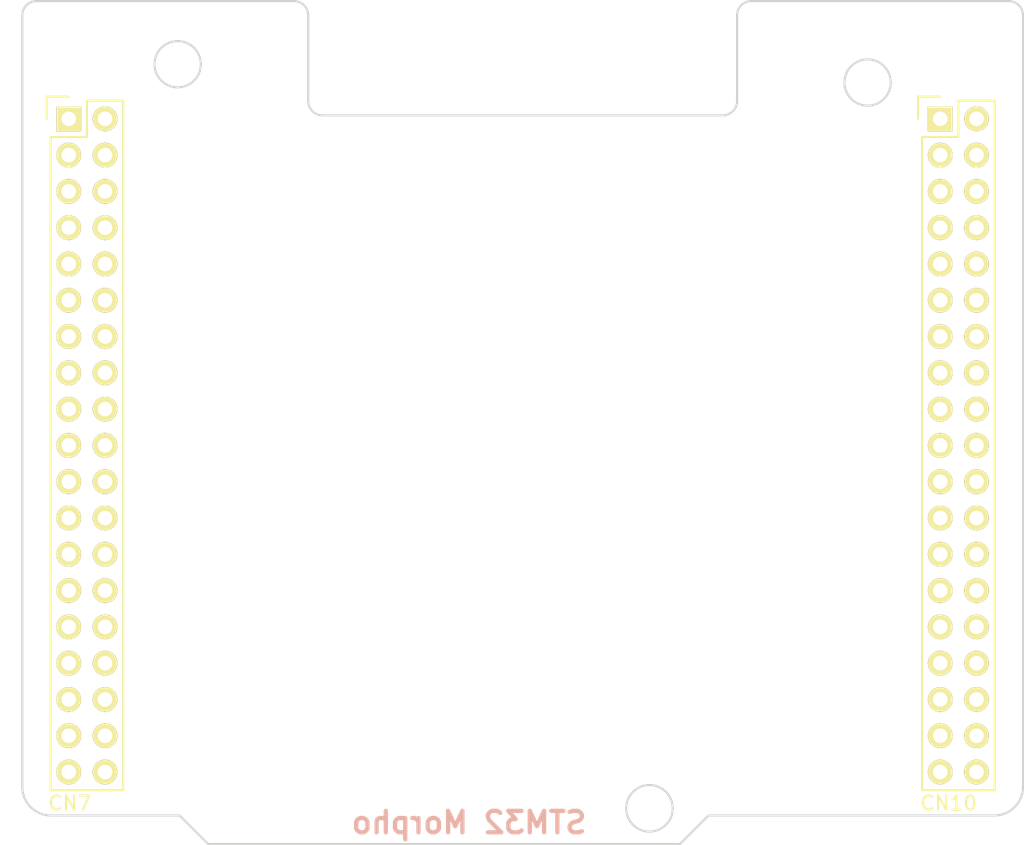
<source format=kicad_pcb>
(kicad_pcb (version 20171130) (host pcbnew "(5.1.5)-3")

  (general
    (thickness 1.6)
    (drawings 25)
    (tracks 0)
    (zones 0)
    (modules 2)
    (nets 77)
  )

  (page A4)
  (layers
    (0 F.Cu signal)
    (31 B.Cu signal)
    (32 B.Adhes user)
    (33 F.Adhes user)
    (34 B.Paste user)
    (35 F.Paste user)
    (36 B.SilkS user)
    (37 F.SilkS user)
    (38 B.Mask user)
    (39 F.Mask user)
    (40 Dwgs.User user)
    (41 Cmts.User user)
    (42 Eco1.User user)
    (43 Eco2.User user)
    (44 Edge.Cuts user)
    (45 Margin user)
    (46 B.CrtYd user)
    (47 F.CrtYd user)
    (48 B.Fab user)
    (49 F.Fab user)
  )

  (setup
    (last_trace_width 0.25)
    (trace_clearance 0.2)
    (zone_clearance 0.508)
    (zone_45_only no)
    (trace_min 0.2)
    (via_size 0.6)
    (via_drill 0.4)
    (via_min_size 0.4)
    (via_min_drill 0.3)
    (uvia_size 0.3)
    (uvia_drill 0.1)
    (uvias_allowed no)
    (uvia_min_size 0.2)
    (uvia_min_drill 0.1)
    (edge_width 0.15)
    (segment_width 0.2)
    (pcb_text_width 0.3)
    (pcb_text_size 1.5 1.5)
    (mod_edge_width 0.15)
    (mod_text_size 1 1)
    (mod_text_width 0.15)
    (pad_size 1.524 1.524)
    (pad_drill 0.762)
    (pad_to_mask_clearance 0.2)
    (aux_axis_origin 130 120)
    (grid_origin 130 120)
    (visible_elements 7FFFFFFF)
    (pcbplotparams
      (layerselection 0x00030_80000001)
      (usegerberextensions false)
      (usegerberattributes false)
      (usegerberadvancedattributes false)
      (creategerberjobfile false)
      (excludeedgelayer true)
      (linewidth 0.100000)
      (plotframeref false)
      (viasonmask false)
      (mode 1)
      (useauxorigin false)
      (hpglpennumber 1)
      (hpglpenspeed 20)
      (hpglpendiameter 15.000000)
      (psnegative false)
      (psa4output false)
      (plotreference true)
      (plotvalue true)
      (plotinvisibletext false)
      (padsonsilk false)
      (subtractmaskfromsilk false)
      (outputformat 1)
      (mirror false)
      (drillshape 1)
      (scaleselection 1)
      (outputdirectory ""))
  )

  (net 0 "")
  (net 1 "Net-(CN7-Pad1)")
  (net 2 "Net-(CN7-Pad2)")
  (net 3 "Net-(CN7-Pad3)")
  (net 4 "Net-(CN7-Pad4)")
  (net 5 "Net-(CN7-Pad5)")
  (net 6 "Net-(CN7-Pad6)")
  (net 7 "Net-(CN7-Pad7)")
  (net 8 "Net-(CN7-Pad8)")
  (net 9 "Net-(CN7-Pad9)")
  (net 10 "Net-(CN7-Pad10)")
  (net 11 "Net-(CN7-Pad11)")
  (net 12 "Net-(CN7-Pad12)")
  (net 13 "Net-(CN7-Pad13)")
  (net 14 "Net-(CN7-Pad14)")
  (net 15 "Net-(CN7-Pad15)")
  (net 16 "Net-(CN7-Pad16)")
  (net 17 "Net-(CN7-Pad17)")
  (net 18 "Net-(CN7-Pad18)")
  (net 19 "Net-(CN7-Pad19)")
  (net 20 "Net-(CN7-Pad20)")
  (net 21 "Net-(CN7-Pad21)")
  (net 22 "Net-(CN7-Pad22)")
  (net 23 "Net-(CN7-Pad23)")
  (net 24 "Net-(CN7-Pad24)")
  (net 25 "Net-(CN7-Pad25)")
  (net 26 "Net-(CN7-Pad26)")
  (net 27 "Net-(CN7-Pad27)")
  (net 28 "Net-(CN7-Pad28)")
  (net 29 "Net-(CN7-Pad29)")
  (net 30 "Net-(CN7-Pad30)")
  (net 31 "Net-(CN7-Pad31)")
  (net 32 "Net-(CN7-Pad32)")
  (net 33 "Net-(CN7-Pad33)")
  (net 34 "Net-(CN7-Pad34)")
  (net 35 "Net-(CN7-Pad35)")
  (net 36 "Net-(CN7-Pad36)")
  (net 37 "Net-(CN7-Pad37)")
  (net 38 "Net-(CN7-Pad38)")
  (net 39 "Net-(CN10-Pad1)")
  (net 40 "Net-(CN10-Pad2)")
  (net 41 "Net-(CN10-Pad3)")
  (net 42 "Net-(CN10-Pad4)")
  (net 43 "Net-(CN10-Pad5)")
  (net 44 "Net-(CN10-Pad6)")
  (net 45 "Net-(CN10-Pad7)")
  (net 46 "Net-(CN10-Pad8)")
  (net 47 "Net-(CN10-Pad9)")
  (net 48 "Net-(CN10-Pad10)")
  (net 49 "Net-(CN10-Pad11)")
  (net 50 "Net-(CN10-Pad12)")
  (net 51 "Net-(CN10-Pad13)")
  (net 52 "Net-(CN10-Pad14)")
  (net 53 "Net-(CN10-Pad15)")
  (net 54 "Net-(CN10-Pad16)")
  (net 55 "Net-(CN10-Pad17)")
  (net 56 "Net-(CN10-Pad18)")
  (net 57 "Net-(CN10-Pad19)")
  (net 58 "Net-(CN10-Pad20)")
  (net 59 "Net-(CN10-Pad21)")
  (net 60 "Net-(CN10-Pad22)")
  (net 61 "Net-(CN10-Pad23)")
  (net 62 "Net-(CN10-Pad24)")
  (net 63 "Net-(CN10-Pad25)")
  (net 64 "Net-(CN10-Pad26)")
  (net 65 "Net-(CN10-Pad27)")
  (net 66 "Net-(CN10-Pad28)")
  (net 67 "Net-(CN10-Pad29)")
  (net 68 "Net-(CN10-Pad30)")
  (net 69 "Net-(CN10-Pad31)")
  (net 70 "Net-(CN10-Pad32)")
  (net 71 "Net-(CN10-Pad33)")
  (net 72 "Net-(CN10-Pad34)")
  (net 73 "Net-(CN10-Pad35)")
  (net 74 "Net-(CN10-Pad36)")
  (net 75 "Net-(CN10-Pad37)")
  (net 76 "Net-(CN10-Pad38)")

  (net_class Default "This is the default net class."
    (clearance 0.2)
    (trace_width 0.25)
    (via_dia 0.6)
    (via_drill 0.4)
    (uvia_dia 0.3)
    (uvia_drill 0.1)
    (add_net "Net-(CN10-Pad1)")
    (add_net "Net-(CN10-Pad10)")
    (add_net "Net-(CN10-Pad11)")
    (add_net "Net-(CN10-Pad12)")
    (add_net "Net-(CN10-Pad13)")
    (add_net "Net-(CN10-Pad14)")
    (add_net "Net-(CN10-Pad15)")
    (add_net "Net-(CN10-Pad16)")
    (add_net "Net-(CN10-Pad17)")
    (add_net "Net-(CN10-Pad18)")
    (add_net "Net-(CN10-Pad19)")
    (add_net "Net-(CN10-Pad2)")
    (add_net "Net-(CN10-Pad20)")
    (add_net "Net-(CN10-Pad21)")
    (add_net "Net-(CN10-Pad22)")
    (add_net "Net-(CN10-Pad23)")
    (add_net "Net-(CN10-Pad24)")
    (add_net "Net-(CN10-Pad25)")
    (add_net "Net-(CN10-Pad26)")
    (add_net "Net-(CN10-Pad27)")
    (add_net "Net-(CN10-Pad28)")
    (add_net "Net-(CN10-Pad29)")
    (add_net "Net-(CN10-Pad3)")
    (add_net "Net-(CN10-Pad30)")
    (add_net "Net-(CN10-Pad31)")
    (add_net "Net-(CN10-Pad32)")
    (add_net "Net-(CN10-Pad33)")
    (add_net "Net-(CN10-Pad34)")
    (add_net "Net-(CN10-Pad35)")
    (add_net "Net-(CN10-Pad36)")
    (add_net "Net-(CN10-Pad37)")
    (add_net "Net-(CN10-Pad38)")
    (add_net "Net-(CN10-Pad4)")
    (add_net "Net-(CN10-Pad5)")
    (add_net "Net-(CN10-Pad6)")
    (add_net "Net-(CN10-Pad7)")
    (add_net "Net-(CN10-Pad8)")
    (add_net "Net-(CN10-Pad9)")
    (add_net "Net-(CN7-Pad1)")
    (add_net "Net-(CN7-Pad10)")
    (add_net "Net-(CN7-Pad11)")
    (add_net "Net-(CN7-Pad12)")
    (add_net "Net-(CN7-Pad13)")
    (add_net "Net-(CN7-Pad14)")
    (add_net "Net-(CN7-Pad15)")
    (add_net "Net-(CN7-Pad16)")
    (add_net "Net-(CN7-Pad17)")
    (add_net "Net-(CN7-Pad18)")
    (add_net "Net-(CN7-Pad19)")
    (add_net "Net-(CN7-Pad2)")
    (add_net "Net-(CN7-Pad20)")
    (add_net "Net-(CN7-Pad21)")
    (add_net "Net-(CN7-Pad22)")
    (add_net "Net-(CN7-Pad23)")
    (add_net "Net-(CN7-Pad24)")
    (add_net "Net-(CN7-Pad25)")
    (add_net "Net-(CN7-Pad26)")
    (add_net "Net-(CN7-Pad27)")
    (add_net "Net-(CN7-Pad28)")
    (add_net "Net-(CN7-Pad29)")
    (add_net "Net-(CN7-Pad3)")
    (add_net "Net-(CN7-Pad30)")
    (add_net "Net-(CN7-Pad31)")
    (add_net "Net-(CN7-Pad32)")
    (add_net "Net-(CN7-Pad33)")
    (add_net "Net-(CN7-Pad34)")
    (add_net "Net-(CN7-Pad35)")
    (add_net "Net-(CN7-Pad36)")
    (add_net "Net-(CN7-Pad37)")
    (add_net "Net-(CN7-Pad38)")
    (add_net "Net-(CN7-Pad4)")
    (add_net "Net-(CN7-Pad5)")
    (add_net "Net-(CN7-Pad6)")
    (add_net "Net-(CN7-Pad7)")
    (add_net "Net-(CN7-Pad8)")
    (add_net "Net-(CN7-Pad9)")
  )

  (module Pin_Headers:Pin_Header_Straight_2x19 (layer F.Cu) (tedit 0) (tstamp 5874D3F2)
    (at 133.25 71.24)
    (descr "Through hole pin header")
    (tags "pin header")
    (path /58745202)
    (fp_text reference CN7 (at 0.07 47.9) (layer F.SilkS)
      (effects (font (size 1 1) (thickness 0.15)))
    )
    (fp_text value CONN_02X19 (at 0.15 -3.17) (layer F.Fab)
      (effects (font (size 1 1) (thickness 0.15)))
    )
    (fp_line (start -1.75 -1.75) (end -1.75 47.5) (layer F.CrtYd) (width 0.05))
    (fp_line (start 4.3 -1.75) (end 4.3 47.5) (layer F.CrtYd) (width 0.05))
    (fp_line (start -1.75 -1.75) (end 4.3 -1.75) (layer F.CrtYd) (width 0.05))
    (fp_line (start -1.75 47.5) (end 4.3 47.5) (layer F.CrtYd) (width 0.05))
    (fp_line (start 3.81 -1.27) (end 3.81 46.99) (layer F.SilkS) (width 0.15))
    (fp_line (start -1.27 46.99) (end -1.27 1.27) (layer F.SilkS) (width 0.15))
    (fp_line (start 3.81 46.99) (end -1.27 46.99) (layer F.SilkS) (width 0.15))
    (fp_line (start 3.81 -1.27) (end 1.27 -1.27) (layer F.SilkS) (width 0.15))
    (fp_line (start 0 -1.55) (end -1.55 -1.55) (layer F.SilkS) (width 0.15))
    (fp_line (start 1.27 -1.27) (end 1.27 1.27) (layer F.SilkS) (width 0.15))
    (fp_line (start 1.27 1.27) (end -1.27 1.27) (layer F.SilkS) (width 0.15))
    (fp_line (start -1.55 -1.55) (end -1.55 0) (layer F.SilkS) (width 0.15))
    (pad 1 thru_hole rect (at 0 0) (size 1.7272 1.7272) (drill 1.016) (layers *.Cu *.Mask F.SilkS)
      (net 1 "Net-(CN7-Pad1)"))
    (pad 2 thru_hole oval (at 2.54 0) (size 1.7272 1.7272) (drill 1.016) (layers *.Cu *.Mask F.SilkS)
      (net 2 "Net-(CN7-Pad2)"))
    (pad 3 thru_hole oval (at 0 2.54) (size 1.7272 1.7272) (drill 1.016) (layers *.Cu *.Mask F.SilkS)
      (net 3 "Net-(CN7-Pad3)"))
    (pad 4 thru_hole oval (at 2.54 2.54) (size 1.7272 1.7272) (drill 1.016) (layers *.Cu *.Mask F.SilkS)
      (net 4 "Net-(CN7-Pad4)"))
    (pad 5 thru_hole oval (at 0 5.08) (size 1.7272 1.7272) (drill 1.016) (layers *.Cu *.Mask F.SilkS)
      (net 5 "Net-(CN7-Pad5)"))
    (pad 6 thru_hole oval (at 2.54 5.08) (size 1.7272 1.7272) (drill 1.016) (layers *.Cu *.Mask F.SilkS)
      (net 6 "Net-(CN7-Pad6)"))
    (pad 7 thru_hole oval (at 0 7.62) (size 1.7272 1.7272) (drill 1.016) (layers *.Cu *.Mask F.SilkS)
      (net 7 "Net-(CN7-Pad7)"))
    (pad 8 thru_hole oval (at 2.54 7.62) (size 1.7272 1.7272) (drill 1.016) (layers *.Cu *.Mask F.SilkS)
      (net 8 "Net-(CN7-Pad8)"))
    (pad 9 thru_hole oval (at 0 10.16) (size 1.7272 1.7272) (drill 1.016) (layers *.Cu *.Mask F.SilkS)
      (net 9 "Net-(CN7-Pad9)"))
    (pad 10 thru_hole oval (at 2.54 10.16) (size 1.7272 1.7272) (drill 1.016) (layers *.Cu *.Mask F.SilkS)
      (net 10 "Net-(CN7-Pad10)"))
    (pad 11 thru_hole oval (at 0 12.7) (size 1.7272 1.7272) (drill 1.016) (layers *.Cu *.Mask F.SilkS)
      (net 11 "Net-(CN7-Pad11)"))
    (pad 12 thru_hole oval (at 2.54 12.7) (size 1.7272 1.7272) (drill 1.016) (layers *.Cu *.Mask F.SilkS)
      (net 12 "Net-(CN7-Pad12)"))
    (pad 13 thru_hole oval (at 0 15.24) (size 1.7272 1.7272) (drill 1.016) (layers *.Cu *.Mask F.SilkS)
      (net 13 "Net-(CN7-Pad13)"))
    (pad 14 thru_hole oval (at 2.54 15.24) (size 1.7272 1.7272) (drill 1.016) (layers *.Cu *.Mask F.SilkS)
      (net 14 "Net-(CN7-Pad14)"))
    (pad 15 thru_hole oval (at 0 17.78) (size 1.7272 1.7272) (drill 1.016) (layers *.Cu *.Mask F.SilkS)
      (net 15 "Net-(CN7-Pad15)"))
    (pad 16 thru_hole oval (at 2.54 17.78) (size 1.7272 1.7272) (drill 1.016) (layers *.Cu *.Mask F.SilkS)
      (net 16 "Net-(CN7-Pad16)"))
    (pad 17 thru_hole oval (at 0 20.32) (size 1.7272 1.7272) (drill 1.016) (layers *.Cu *.Mask F.SilkS)
      (net 17 "Net-(CN7-Pad17)"))
    (pad 18 thru_hole oval (at 2.54 20.32) (size 1.7272 1.7272) (drill 1.016) (layers *.Cu *.Mask F.SilkS)
      (net 18 "Net-(CN7-Pad18)"))
    (pad 19 thru_hole oval (at 0 22.86) (size 1.7272 1.7272) (drill 1.016) (layers *.Cu *.Mask F.SilkS)
      (net 19 "Net-(CN7-Pad19)"))
    (pad 20 thru_hole oval (at 2.54 22.86) (size 1.7272 1.7272) (drill 1.016) (layers *.Cu *.Mask F.SilkS)
      (net 20 "Net-(CN7-Pad20)"))
    (pad 21 thru_hole oval (at 0 25.4) (size 1.7272 1.7272) (drill 1.016) (layers *.Cu *.Mask F.SilkS)
      (net 21 "Net-(CN7-Pad21)"))
    (pad 22 thru_hole oval (at 2.54 25.4) (size 1.7272 1.7272) (drill 1.016) (layers *.Cu *.Mask F.SilkS)
      (net 22 "Net-(CN7-Pad22)"))
    (pad 23 thru_hole oval (at 0 27.94) (size 1.7272 1.7272) (drill 1.016) (layers *.Cu *.Mask F.SilkS)
      (net 23 "Net-(CN7-Pad23)"))
    (pad 24 thru_hole oval (at 2.54 27.94) (size 1.7272 1.7272) (drill 1.016) (layers *.Cu *.Mask F.SilkS)
      (net 24 "Net-(CN7-Pad24)"))
    (pad 25 thru_hole oval (at 0 30.48) (size 1.7272 1.7272) (drill 1.016) (layers *.Cu *.Mask F.SilkS)
      (net 25 "Net-(CN7-Pad25)"))
    (pad 26 thru_hole oval (at 2.54 30.48) (size 1.7272 1.7272) (drill 1.016) (layers *.Cu *.Mask F.SilkS)
      (net 26 "Net-(CN7-Pad26)"))
    (pad 27 thru_hole oval (at 0 33.02) (size 1.7272 1.7272) (drill 1.016) (layers *.Cu *.Mask F.SilkS)
      (net 27 "Net-(CN7-Pad27)"))
    (pad 28 thru_hole oval (at 2.54 33.02) (size 1.7272 1.7272) (drill 1.016) (layers *.Cu *.Mask F.SilkS)
      (net 28 "Net-(CN7-Pad28)"))
    (pad 29 thru_hole oval (at 0 35.56) (size 1.7272 1.7272) (drill 1.016) (layers *.Cu *.Mask F.SilkS)
      (net 29 "Net-(CN7-Pad29)"))
    (pad 30 thru_hole oval (at 2.54 35.56) (size 1.7272 1.7272) (drill 1.016) (layers *.Cu *.Mask F.SilkS)
      (net 30 "Net-(CN7-Pad30)"))
    (pad 31 thru_hole oval (at 0 38.1) (size 1.7272 1.7272) (drill 1.016) (layers *.Cu *.Mask F.SilkS)
      (net 31 "Net-(CN7-Pad31)"))
    (pad 32 thru_hole oval (at 2.54 38.1) (size 1.7272 1.7272) (drill 1.016) (layers *.Cu *.Mask F.SilkS)
      (net 32 "Net-(CN7-Pad32)"))
    (pad 33 thru_hole oval (at 0 40.64) (size 1.7272 1.7272) (drill 1.016) (layers *.Cu *.Mask F.SilkS)
      (net 33 "Net-(CN7-Pad33)"))
    (pad 34 thru_hole oval (at 2.54 40.64) (size 1.7272 1.7272) (drill 1.016) (layers *.Cu *.Mask F.SilkS)
      (net 34 "Net-(CN7-Pad34)"))
    (pad 35 thru_hole oval (at 0 43.18) (size 1.7272 1.7272) (drill 1.016) (layers *.Cu *.Mask F.SilkS)
      (net 35 "Net-(CN7-Pad35)"))
    (pad 36 thru_hole oval (at 2.54 43.18) (size 1.7272 1.7272) (drill 1.016) (layers *.Cu *.Mask F.SilkS)
      (net 36 "Net-(CN7-Pad36)"))
    (pad 37 thru_hole oval (at 0 45.72) (size 1.7272 1.7272) (drill 1.016) (layers *.Cu *.Mask F.SilkS)
      (net 37 "Net-(CN7-Pad37)"))
    (pad 38 thru_hole oval (at 2.54 45.72) (size 1.7272 1.7272) (drill 1.016) (layers *.Cu *.Mask F.SilkS)
      (net 38 "Net-(CN7-Pad38)"))
    (model Socket_Strips.3dshapes/Socket_Strip_Straight_2x19.wrl
      (offset (xyz 1.269999980926514 -22.85999965667725 -1.523999977111816))
      (scale (xyz 1 1 1))
      (rotate (xyz 0 180 90))
    )
  )

  (module Pin_Headers:Pin_Header_Straight_2x19 (layer F.Cu) (tedit 0) (tstamp 5874D428)
    (at 194.21 71.24)
    (descr "Through hole pin header")
    (tags "pin header")
    (path /5874523E)
    (fp_text reference CN10 (at 0.59 47.9) (layer F.SilkS)
      (effects (font (size 1 1) (thickness 0.15)))
    )
    (fp_text value CONN_02X19 (at 0 -3.1) (layer F.Fab)
      (effects (font (size 1 1) (thickness 0.15)))
    )
    (fp_line (start -1.75 -1.75) (end -1.75 47.5) (layer F.CrtYd) (width 0.05))
    (fp_line (start 4.3 -1.75) (end 4.3 47.5) (layer F.CrtYd) (width 0.05))
    (fp_line (start -1.75 -1.75) (end 4.3 -1.75) (layer F.CrtYd) (width 0.05))
    (fp_line (start -1.75 47.5) (end 4.3 47.5) (layer F.CrtYd) (width 0.05))
    (fp_line (start 3.81 -1.27) (end 3.81 46.99) (layer F.SilkS) (width 0.15))
    (fp_line (start -1.27 46.99) (end -1.27 1.27) (layer F.SilkS) (width 0.15))
    (fp_line (start 3.81 46.99) (end -1.27 46.99) (layer F.SilkS) (width 0.15))
    (fp_line (start 3.81 -1.27) (end 1.27 -1.27) (layer F.SilkS) (width 0.15))
    (fp_line (start 0 -1.55) (end -1.55 -1.55) (layer F.SilkS) (width 0.15))
    (fp_line (start 1.27 -1.27) (end 1.27 1.27) (layer F.SilkS) (width 0.15))
    (fp_line (start 1.27 1.27) (end -1.27 1.27) (layer F.SilkS) (width 0.15))
    (fp_line (start -1.55 -1.55) (end -1.55 0) (layer F.SilkS) (width 0.15))
    (pad 1 thru_hole rect (at 0 0) (size 1.7272 1.7272) (drill 1.016) (layers *.Cu *.Mask F.SilkS)
      (net 39 "Net-(CN10-Pad1)"))
    (pad 2 thru_hole oval (at 2.54 0) (size 1.7272 1.7272) (drill 1.016) (layers *.Cu *.Mask F.SilkS)
      (net 40 "Net-(CN10-Pad2)"))
    (pad 3 thru_hole oval (at 0 2.54) (size 1.7272 1.7272) (drill 1.016) (layers *.Cu *.Mask F.SilkS)
      (net 41 "Net-(CN10-Pad3)"))
    (pad 4 thru_hole oval (at 2.54 2.54) (size 1.7272 1.7272) (drill 1.016) (layers *.Cu *.Mask F.SilkS)
      (net 42 "Net-(CN10-Pad4)"))
    (pad 5 thru_hole oval (at 0 5.08) (size 1.7272 1.7272) (drill 1.016) (layers *.Cu *.Mask F.SilkS)
      (net 43 "Net-(CN10-Pad5)"))
    (pad 6 thru_hole oval (at 2.54 5.08) (size 1.7272 1.7272) (drill 1.016) (layers *.Cu *.Mask F.SilkS)
      (net 44 "Net-(CN10-Pad6)"))
    (pad 7 thru_hole oval (at 0 7.62) (size 1.7272 1.7272) (drill 1.016) (layers *.Cu *.Mask F.SilkS)
      (net 45 "Net-(CN10-Pad7)"))
    (pad 8 thru_hole oval (at 2.54 7.62) (size 1.7272 1.7272) (drill 1.016) (layers *.Cu *.Mask F.SilkS)
      (net 46 "Net-(CN10-Pad8)"))
    (pad 9 thru_hole oval (at 0 10.16) (size 1.7272 1.7272) (drill 1.016) (layers *.Cu *.Mask F.SilkS)
      (net 47 "Net-(CN10-Pad9)"))
    (pad 10 thru_hole oval (at 2.54 10.16) (size 1.7272 1.7272) (drill 1.016) (layers *.Cu *.Mask F.SilkS)
      (net 48 "Net-(CN10-Pad10)"))
    (pad 11 thru_hole oval (at 0 12.7) (size 1.7272 1.7272) (drill 1.016) (layers *.Cu *.Mask F.SilkS)
      (net 49 "Net-(CN10-Pad11)"))
    (pad 12 thru_hole oval (at 2.54 12.7) (size 1.7272 1.7272) (drill 1.016) (layers *.Cu *.Mask F.SilkS)
      (net 50 "Net-(CN10-Pad12)"))
    (pad 13 thru_hole oval (at 0 15.24) (size 1.7272 1.7272) (drill 1.016) (layers *.Cu *.Mask F.SilkS)
      (net 51 "Net-(CN10-Pad13)"))
    (pad 14 thru_hole oval (at 2.54 15.24) (size 1.7272 1.7272) (drill 1.016) (layers *.Cu *.Mask F.SilkS)
      (net 52 "Net-(CN10-Pad14)"))
    (pad 15 thru_hole oval (at 0 17.78) (size 1.7272 1.7272) (drill 1.016) (layers *.Cu *.Mask F.SilkS)
      (net 53 "Net-(CN10-Pad15)"))
    (pad 16 thru_hole oval (at 2.54 17.78) (size 1.7272 1.7272) (drill 1.016) (layers *.Cu *.Mask F.SilkS)
      (net 54 "Net-(CN10-Pad16)"))
    (pad 17 thru_hole oval (at 0 20.32) (size 1.7272 1.7272) (drill 1.016) (layers *.Cu *.Mask F.SilkS)
      (net 55 "Net-(CN10-Pad17)"))
    (pad 18 thru_hole oval (at 2.54 20.32) (size 1.7272 1.7272) (drill 1.016) (layers *.Cu *.Mask F.SilkS)
      (net 56 "Net-(CN10-Pad18)"))
    (pad 19 thru_hole oval (at 0 22.86) (size 1.7272 1.7272) (drill 1.016) (layers *.Cu *.Mask F.SilkS)
      (net 57 "Net-(CN10-Pad19)"))
    (pad 20 thru_hole oval (at 2.54 22.86) (size 1.7272 1.7272) (drill 1.016) (layers *.Cu *.Mask F.SilkS)
      (net 58 "Net-(CN10-Pad20)"))
    (pad 21 thru_hole oval (at 0 25.4) (size 1.7272 1.7272) (drill 1.016) (layers *.Cu *.Mask F.SilkS)
      (net 59 "Net-(CN10-Pad21)"))
    (pad 22 thru_hole oval (at 2.54 25.4) (size 1.7272 1.7272) (drill 1.016) (layers *.Cu *.Mask F.SilkS)
      (net 60 "Net-(CN10-Pad22)"))
    (pad 23 thru_hole oval (at 0 27.94) (size 1.7272 1.7272) (drill 1.016) (layers *.Cu *.Mask F.SilkS)
      (net 61 "Net-(CN10-Pad23)"))
    (pad 24 thru_hole oval (at 2.54 27.94) (size 1.7272 1.7272) (drill 1.016) (layers *.Cu *.Mask F.SilkS)
      (net 62 "Net-(CN10-Pad24)"))
    (pad 25 thru_hole oval (at 0 30.48) (size 1.7272 1.7272) (drill 1.016) (layers *.Cu *.Mask F.SilkS)
      (net 63 "Net-(CN10-Pad25)"))
    (pad 26 thru_hole oval (at 2.54 30.48) (size 1.7272 1.7272) (drill 1.016) (layers *.Cu *.Mask F.SilkS)
      (net 64 "Net-(CN10-Pad26)"))
    (pad 27 thru_hole oval (at 0 33.02) (size 1.7272 1.7272) (drill 1.016) (layers *.Cu *.Mask F.SilkS)
      (net 65 "Net-(CN10-Pad27)"))
    (pad 28 thru_hole oval (at 2.54 33.02) (size 1.7272 1.7272) (drill 1.016) (layers *.Cu *.Mask F.SilkS)
      (net 66 "Net-(CN10-Pad28)"))
    (pad 29 thru_hole oval (at 0 35.56) (size 1.7272 1.7272) (drill 1.016) (layers *.Cu *.Mask F.SilkS)
      (net 67 "Net-(CN10-Pad29)"))
    (pad 30 thru_hole oval (at 2.54 35.56) (size 1.7272 1.7272) (drill 1.016) (layers *.Cu *.Mask F.SilkS)
      (net 68 "Net-(CN10-Pad30)"))
    (pad 31 thru_hole oval (at 0 38.1) (size 1.7272 1.7272) (drill 1.016) (layers *.Cu *.Mask F.SilkS)
      (net 69 "Net-(CN10-Pad31)"))
    (pad 32 thru_hole oval (at 2.54 38.1) (size 1.7272 1.7272) (drill 1.016) (layers *.Cu *.Mask F.SilkS)
      (net 70 "Net-(CN10-Pad32)"))
    (pad 33 thru_hole oval (at 0 40.64) (size 1.7272 1.7272) (drill 1.016) (layers *.Cu *.Mask F.SilkS)
      (net 71 "Net-(CN10-Pad33)"))
    (pad 34 thru_hole oval (at 2.54 40.64) (size 1.7272 1.7272) (drill 1.016) (layers *.Cu *.Mask F.SilkS)
      (net 72 "Net-(CN10-Pad34)"))
    (pad 35 thru_hole oval (at 0 43.18) (size 1.7272 1.7272) (drill 1.016) (layers *.Cu *.Mask F.SilkS)
      (net 73 "Net-(CN10-Pad35)"))
    (pad 36 thru_hole oval (at 2.54 43.18) (size 1.7272 1.7272) (drill 1.016) (layers *.Cu *.Mask F.SilkS)
      (net 74 "Net-(CN10-Pad36)"))
    (pad 37 thru_hole oval (at 0 45.72) (size 1.7272 1.7272) (drill 1.016) (layers *.Cu *.Mask F.SilkS)
      (net 75 "Net-(CN10-Pad37)"))
    (pad 38 thru_hole oval (at 2.54 45.72) (size 1.7272 1.7272) (drill 1.016) (layers *.Cu *.Mask F.SilkS)
      (net 76 "Net-(CN10-Pad38)"))
    (model Socket_Strips.3dshapes/Socket_Strip_Straight_2x19.wrl
      (offset (xyz 1.269999980926514 -22.85999965667725 -1.523999977111816))
      (scale (xyz 1 1 1))
      (rotate (xyz 0 180 90))
    )
  )

  (gr_text "STM32 Morpho" (at 161.25 120.5) (layer B.SilkS)
    (effects (font (size 1.5 1.5) (thickness 0.3)) (justify mirror))
  )
  (gr_text ®©® (at 146.75 120.5) (layer B.Mask)
    (effects (font (size 1.5 1.5) (thickness 0.3)) (justify mirror))
  )
  (gr_circle (center 189.13 68.7) (end 190.75 68.7) (layer Edge.Cuts) (width 0.15))
  (gr_circle (center 140.87 67.42) (end 142.49 67.42) (layer Edge.Cuts) (width 0.15))
  (gr_circle (center 173.87 119.5) (end 175.5 119.5) (layer Edge.Cuts) (width 0.15))
  (gr_arc (start 132 118) (end 132 120) (angle 90) (layer Edge.Cuts) (width 0.15))
  (gr_arc (start 198 118) (end 200 118) (angle 90) (layer Edge.Cuts) (width 0.15))
  (gr_arc (start 199 64) (end 199 63) (angle 90) (layer Edge.Cuts) (width 0.15))
  (gr_arc (start 181 64) (end 180 64) (angle 90) (layer Edge.Cuts) (width 0.15))
  (gr_arc (start 179 70) (end 180 70) (angle 90) (layer Edge.Cuts) (width 0.15))
  (gr_arc (start 151 70) (end 151 71) (angle 90) (layer Edge.Cuts) (width 0.15))
  (gr_arc (start 149 64) (end 149 63) (angle 90) (layer Edge.Cuts) (width 0.15))
  (gr_arc (start 131 64) (end 130 64) (angle 90) (layer Edge.Cuts) (width 0.15))
  (gr_line (start 179 71) (end 151 71) (layer Edge.Cuts) (width 0.15))
  (gr_line (start 180 64) (end 180 70) (layer Edge.Cuts) (width 0.15))
  (gr_line (start 199 63) (end 181 63) (layer Edge.Cuts) (width 0.15))
  (gr_line (start 200 118) (end 200 64) (layer Edge.Cuts) (width 0.15))
  (gr_line (start 150 64) (end 150 70) (layer Edge.Cuts) (width 0.15))
  (gr_line (start 131 63) (end 149 63) (layer Edge.Cuts) (width 0.15))
  (gr_line (start 130 118) (end 130 64) (layer Edge.Cuts) (width 0.15))
  (gr_line (start 178 120) (end 198 120) (layer Edge.Cuts) (width 0.15))
  (gr_line (start 176 122) (end 178 120) (layer Edge.Cuts) (width 0.15))
  (gr_line (start 143 122) (end 176 122) (layer Edge.Cuts) (width 0.15))
  (gr_line (start 141 120) (end 143 122) (layer Edge.Cuts) (width 0.15))
  (gr_line (start 132 120) (end 141 120) (layer Edge.Cuts) (width 0.15))

)

</source>
